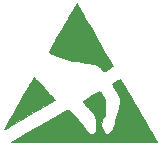
<source format=gbr>
G04 #@! TF.FileFunction,Legend,Bot*
%FSLAX46Y46*%
G04 Gerber Fmt 4.6, Leading zero omitted, Abs format (unit mm)*
G04 Created by KiCad (PCBNEW 4.0.6) date 03/21/17 10:55:45*
%MOMM*%
%LPD*%
G01*
G04 APERTURE LIST*
%ADD10C,0.100000*%
%ADD11C,0.010000*%
G04 APERTURE END LIST*
D10*
D11*
G36*
X227383813Y-96086317D02*
X227318763Y-96111473D01*
X227219615Y-96161425D01*
X227077253Y-96239752D01*
X227066168Y-96245977D01*
X226935053Y-96320952D01*
X226824404Y-96386638D01*
X226745090Y-96436410D01*
X226707977Y-96463641D01*
X226706939Y-96464974D01*
X226715904Y-96502780D01*
X226757029Y-96587210D01*
X226827634Y-96713665D01*
X226925040Y-96877544D01*
X227046565Y-97074245D01*
X227189529Y-97299170D01*
X227225110Y-97354331D01*
X227317814Y-97507398D01*
X227385317Y-97639112D01*
X227421695Y-97737565D01*
X227425428Y-97757014D01*
X227423771Y-97842624D01*
X227405212Y-97978418D01*
X227372064Y-98155687D01*
X227326640Y-98365719D01*
X227271254Y-98599804D01*
X227208220Y-98849232D01*
X227139850Y-99105290D01*
X227068458Y-99359269D01*
X226996359Y-99602457D01*
X226925864Y-99826145D01*
X226859288Y-100021621D01*
X226798945Y-100180174D01*
X226756879Y-100274244D01*
X226707327Y-100374451D01*
X226660540Y-100470337D01*
X226658007Y-100475586D01*
X226580603Y-100572440D01*
X226467632Y-100637656D01*
X226336122Y-100668909D01*
X226203099Y-100663875D01*
X226085590Y-100620228D01*
X226019484Y-100562764D01*
X225924282Y-100405166D01*
X225854522Y-100208756D01*
X225816247Y-99993559D01*
X225810824Y-99871561D01*
X225832661Y-99643870D01*
X225896753Y-99455320D01*
X226006549Y-99296759D01*
X226040787Y-99261467D01*
X226142678Y-99162470D01*
X226156672Y-97762978D01*
X225978365Y-97493062D01*
X225894693Y-97370891D01*
X225814111Y-97260987D01*
X225748115Y-97178673D01*
X225719748Y-97148384D01*
X225639438Y-97073621D01*
X225530670Y-97132196D01*
X225461923Y-97174168D01*
X225424308Y-97206756D01*
X225421903Y-97212615D01*
X225396194Y-97237456D01*
X225352208Y-97255954D01*
X225309701Y-97272626D01*
X225244613Y-97304299D01*
X225151356Y-97354066D01*
X225024342Y-97425018D01*
X224857984Y-97520247D01*
X224646695Y-97642844D01*
X224531876Y-97709864D01*
X224396813Y-97790143D01*
X224308230Y-97847319D01*
X224258290Y-97888078D01*
X224239154Y-97919107D01*
X224242984Y-97947092D01*
X224246178Y-97953593D01*
X224277248Y-97994533D01*
X224343729Y-98071330D01*
X224437876Y-98175393D01*
X224551944Y-98298132D01*
X224650600Y-98402180D01*
X224877941Y-98649134D01*
X225055790Y-98863183D01*
X225185733Y-99046480D01*
X225269358Y-99201176D01*
X225297566Y-99279732D01*
X225309217Y-99348498D01*
X225321251Y-99465799D01*
X225332609Y-99618234D01*
X225342233Y-99792404D01*
X225346762Y-99902537D01*
X225353082Y-100092929D01*
X225355863Y-100232124D01*
X225354285Y-100330819D01*
X225347531Y-100399708D01*
X225334784Y-100449487D01*
X225315227Y-100490850D01*
X225299866Y-100516106D01*
X225211158Y-100613453D01*
X225096853Y-100681291D01*
X224976584Y-100710876D01*
X224886455Y-100700172D01*
X224804848Y-100653861D01*
X224702553Y-100570924D01*
X224593917Y-100465825D01*
X224493287Y-100353032D01*
X224415012Y-100247010D01*
X224386191Y-100195778D01*
X224343018Y-100125628D01*
X224264495Y-100018778D01*
X224157797Y-99883578D01*
X224030097Y-99728381D01*
X223888571Y-99561536D01*
X223740393Y-99391396D01*
X223592737Y-99226311D01*
X223452778Y-99074633D01*
X223327690Y-98944713D01*
X223229480Y-98849339D01*
X223120443Y-98754065D01*
X223028716Y-98683817D01*
X222964379Y-98645898D01*
X222943022Y-98641729D01*
X222910294Y-98658548D01*
X222828659Y-98703692D01*
X222702828Y-98774449D01*
X222537512Y-98868109D01*
X222337422Y-98981962D01*
X222107268Y-99113298D01*
X221851762Y-99259406D01*
X221575613Y-99417576D01*
X221283533Y-99585097D01*
X220980232Y-99759259D01*
X220670421Y-99937352D01*
X220358811Y-100116665D01*
X220050112Y-100294487D01*
X219749036Y-100468109D01*
X219460292Y-100634819D01*
X219188592Y-100791908D01*
X218938646Y-100936666D01*
X218715166Y-101066380D01*
X218522861Y-101178342D01*
X218366443Y-101269841D01*
X218250622Y-101338167D01*
X218180109Y-101380608D01*
X218159671Y-101393927D01*
X218187197Y-101396560D01*
X218273792Y-101399118D01*
X218416572Y-101401592D01*
X218612654Y-101403966D01*
X218859156Y-101406231D01*
X219153194Y-101408373D01*
X219491886Y-101410379D01*
X219872348Y-101412238D01*
X220291699Y-101413937D01*
X220747054Y-101415464D01*
X221235531Y-101416807D01*
X221754247Y-101417952D01*
X222300319Y-101418889D01*
X222870864Y-101419604D01*
X223463000Y-101420085D01*
X224073843Y-101420319D01*
X224330152Y-101420342D01*
X230530061Y-101420342D01*
X230087894Y-100653695D01*
X229994289Y-100491360D01*
X229873796Y-100282332D01*
X229730444Y-100033603D01*
X229568262Y-99752164D01*
X229391277Y-99445007D01*
X229203520Y-99119125D01*
X229009018Y-98781509D01*
X228811800Y-98439151D01*
X228615895Y-98099043D01*
X228566351Y-98013025D01*
X228385696Y-97699715D01*
X228213422Y-97401606D01*
X228052116Y-97123136D01*
X227904368Y-96868743D01*
X227772767Y-96642864D01*
X227659901Y-96449937D01*
X227568359Y-96294401D01*
X227500730Y-96180692D01*
X227459604Y-96113250D01*
X227448095Y-96096080D01*
X227423885Y-96082379D01*
X227383813Y-96086317D01*
X227383813Y-96086317D01*
G37*
X227383813Y-96086317D02*
X227318763Y-96111473D01*
X227219615Y-96161425D01*
X227077253Y-96239752D01*
X227066168Y-96245977D01*
X226935053Y-96320952D01*
X226824404Y-96386638D01*
X226745090Y-96436410D01*
X226707977Y-96463641D01*
X226706939Y-96464974D01*
X226715904Y-96502780D01*
X226757029Y-96587210D01*
X226827634Y-96713665D01*
X226925040Y-96877544D01*
X227046565Y-97074245D01*
X227189529Y-97299170D01*
X227225110Y-97354331D01*
X227317814Y-97507398D01*
X227385317Y-97639112D01*
X227421695Y-97737565D01*
X227425428Y-97757014D01*
X227423771Y-97842624D01*
X227405212Y-97978418D01*
X227372064Y-98155687D01*
X227326640Y-98365719D01*
X227271254Y-98599804D01*
X227208220Y-98849232D01*
X227139850Y-99105290D01*
X227068458Y-99359269D01*
X226996359Y-99602457D01*
X226925864Y-99826145D01*
X226859288Y-100021621D01*
X226798945Y-100180174D01*
X226756879Y-100274244D01*
X226707327Y-100374451D01*
X226660540Y-100470337D01*
X226658007Y-100475586D01*
X226580603Y-100572440D01*
X226467632Y-100637656D01*
X226336122Y-100668909D01*
X226203099Y-100663875D01*
X226085590Y-100620228D01*
X226019484Y-100562764D01*
X225924282Y-100405166D01*
X225854522Y-100208756D01*
X225816247Y-99993559D01*
X225810824Y-99871561D01*
X225832661Y-99643870D01*
X225896753Y-99455320D01*
X226006549Y-99296759D01*
X226040787Y-99261467D01*
X226142678Y-99162470D01*
X226156672Y-97762978D01*
X225978365Y-97493062D01*
X225894693Y-97370891D01*
X225814111Y-97260987D01*
X225748115Y-97178673D01*
X225719748Y-97148384D01*
X225639438Y-97073621D01*
X225530670Y-97132196D01*
X225461923Y-97174168D01*
X225424308Y-97206756D01*
X225421903Y-97212615D01*
X225396194Y-97237456D01*
X225352208Y-97255954D01*
X225309701Y-97272626D01*
X225244613Y-97304299D01*
X225151356Y-97354066D01*
X225024342Y-97425018D01*
X224857984Y-97520247D01*
X224646695Y-97642844D01*
X224531876Y-97709864D01*
X224396813Y-97790143D01*
X224308230Y-97847319D01*
X224258290Y-97888078D01*
X224239154Y-97919107D01*
X224242984Y-97947092D01*
X224246178Y-97953593D01*
X224277248Y-97994533D01*
X224343729Y-98071330D01*
X224437876Y-98175393D01*
X224551944Y-98298132D01*
X224650600Y-98402180D01*
X224877941Y-98649134D01*
X225055790Y-98863183D01*
X225185733Y-99046480D01*
X225269358Y-99201176D01*
X225297566Y-99279732D01*
X225309217Y-99348498D01*
X225321251Y-99465799D01*
X225332609Y-99618234D01*
X225342233Y-99792404D01*
X225346762Y-99902537D01*
X225353082Y-100092929D01*
X225355863Y-100232124D01*
X225354285Y-100330819D01*
X225347531Y-100399708D01*
X225334784Y-100449487D01*
X225315227Y-100490850D01*
X225299866Y-100516106D01*
X225211158Y-100613453D01*
X225096853Y-100681291D01*
X224976584Y-100710876D01*
X224886455Y-100700172D01*
X224804848Y-100653861D01*
X224702553Y-100570924D01*
X224593917Y-100465825D01*
X224493287Y-100353032D01*
X224415012Y-100247010D01*
X224386191Y-100195778D01*
X224343018Y-100125628D01*
X224264495Y-100018778D01*
X224157797Y-99883578D01*
X224030097Y-99728381D01*
X223888571Y-99561536D01*
X223740393Y-99391396D01*
X223592737Y-99226311D01*
X223452778Y-99074633D01*
X223327690Y-98944713D01*
X223229480Y-98849339D01*
X223120443Y-98754065D01*
X223028716Y-98683817D01*
X222964379Y-98645898D01*
X222943022Y-98641729D01*
X222910294Y-98658548D01*
X222828659Y-98703692D01*
X222702828Y-98774449D01*
X222537512Y-98868109D01*
X222337422Y-98981962D01*
X222107268Y-99113298D01*
X221851762Y-99259406D01*
X221575613Y-99417576D01*
X221283533Y-99585097D01*
X220980232Y-99759259D01*
X220670421Y-99937352D01*
X220358811Y-100116665D01*
X220050112Y-100294487D01*
X219749036Y-100468109D01*
X219460292Y-100634819D01*
X219188592Y-100791908D01*
X218938646Y-100936666D01*
X218715166Y-101066380D01*
X218522861Y-101178342D01*
X218366443Y-101269841D01*
X218250622Y-101338167D01*
X218180109Y-101380608D01*
X218159671Y-101393927D01*
X218187197Y-101396560D01*
X218273792Y-101399118D01*
X218416572Y-101401592D01*
X218612654Y-101403966D01*
X218859156Y-101406231D01*
X219153194Y-101408373D01*
X219491886Y-101410379D01*
X219872348Y-101412238D01*
X220291699Y-101413937D01*
X220747054Y-101415464D01*
X221235531Y-101416807D01*
X221754247Y-101417952D01*
X222300319Y-101418889D01*
X222870864Y-101419604D01*
X223463000Y-101420085D01*
X224073843Y-101420319D01*
X224330152Y-101420342D01*
X230530061Y-101420342D01*
X230087894Y-100653695D01*
X229994289Y-100491360D01*
X229873796Y-100282332D01*
X229730444Y-100033603D01*
X229568262Y-99752164D01*
X229391277Y-99445007D01*
X229203520Y-99119125D01*
X229009018Y-98781509D01*
X228811800Y-98439151D01*
X228615895Y-98099043D01*
X228566351Y-98013025D01*
X228385696Y-97699715D01*
X228213422Y-97401606D01*
X228052116Y-97123136D01*
X227904368Y-96868743D01*
X227772767Y-96642864D01*
X227659901Y-96449937D01*
X227568359Y-96294401D01*
X227500730Y-96180692D01*
X227459604Y-96113250D01*
X227448095Y-96096080D01*
X227423885Y-96082379D01*
X227383813Y-96086317D01*
G36*
X220052944Y-95973238D02*
X220030184Y-96011386D01*
X219979025Y-96098843D01*
X219901996Y-96231238D01*
X219801628Y-96404204D01*
X219680451Y-96613370D01*
X219540994Y-96854367D01*
X219385787Y-97122824D01*
X219217360Y-97414374D01*
X219038243Y-97724646D01*
X218854005Y-98044000D01*
X218665848Y-98370235D01*
X218485197Y-98683418D01*
X218314670Y-98979012D01*
X218156886Y-99252480D01*
X218014462Y-99499284D01*
X217890019Y-99714889D01*
X217786174Y-99894755D01*
X217705545Y-100034347D01*
X217650752Y-100129128D01*
X217624987Y-100173573D01*
X217582986Y-100248661D01*
X217560150Y-100295663D01*
X217558898Y-100303841D01*
X217586728Y-100288484D01*
X217664119Y-100244407D01*
X217787027Y-100173942D01*
X217951405Y-100079422D01*
X218153208Y-99963178D01*
X218388391Y-99827542D01*
X218652909Y-99674848D01*
X218942716Y-99507428D01*
X219253767Y-99327613D01*
X219582016Y-99137735D01*
X219706903Y-99065464D01*
X220041026Y-98872167D01*
X220359853Y-98687877D01*
X220659291Y-98514950D01*
X220935248Y-98355743D01*
X221183630Y-98212610D01*
X221400347Y-98087910D01*
X221581304Y-97983996D01*
X221722409Y-97903227D01*
X221819570Y-97847957D01*
X221868693Y-97820544D01*
X221873830Y-97817948D01*
X221858862Y-97794441D01*
X221806773Y-97731591D01*
X221722883Y-97635188D01*
X221612508Y-97511020D01*
X221480966Y-97364879D01*
X221333576Y-97202553D01*
X221175655Y-97029832D01*
X221012521Y-96852506D01*
X220849492Y-96676365D01*
X220691886Y-96507198D01*
X220545021Y-96350795D01*
X220414214Y-96212945D01*
X220304784Y-96099439D01*
X220222047Y-96016065D01*
X220193672Y-95988726D01*
X220099641Y-95900403D01*
X220052944Y-95973238D01*
X220052944Y-95973238D01*
G37*
X220052944Y-95973238D02*
X220030184Y-96011386D01*
X219979025Y-96098843D01*
X219901996Y-96231238D01*
X219801628Y-96404204D01*
X219680451Y-96613370D01*
X219540994Y-96854367D01*
X219385787Y-97122824D01*
X219217360Y-97414374D01*
X219038243Y-97724646D01*
X218854005Y-98044000D01*
X218665848Y-98370235D01*
X218485197Y-98683418D01*
X218314670Y-98979012D01*
X218156886Y-99252480D01*
X218014462Y-99499284D01*
X217890019Y-99714889D01*
X217786174Y-99894755D01*
X217705545Y-100034347D01*
X217650752Y-100129128D01*
X217624987Y-100173573D01*
X217582986Y-100248661D01*
X217560150Y-100295663D01*
X217558898Y-100303841D01*
X217586728Y-100288484D01*
X217664119Y-100244407D01*
X217787027Y-100173942D01*
X217951405Y-100079422D01*
X218153208Y-99963178D01*
X218388391Y-99827542D01*
X218652909Y-99674848D01*
X218942716Y-99507428D01*
X219253767Y-99327613D01*
X219582016Y-99137735D01*
X219706903Y-99065464D01*
X220041026Y-98872167D01*
X220359853Y-98687877D01*
X220659291Y-98514950D01*
X220935248Y-98355743D01*
X221183630Y-98212610D01*
X221400347Y-98087910D01*
X221581304Y-97983996D01*
X221722409Y-97903227D01*
X221819570Y-97847957D01*
X221868693Y-97820544D01*
X221873830Y-97817948D01*
X221858862Y-97794441D01*
X221806773Y-97731591D01*
X221722883Y-97635188D01*
X221612508Y-97511020D01*
X221480966Y-97364879D01*
X221333576Y-97202553D01*
X221175655Y-97029832D01*
X221012521Y-96852506D01*
X220849492Y-96676365D01*
X220691886Y-96507198D01*
X220545021Y-96350795D01*
X220414214Y-96212945D01*
X220304784Y-96099439D01*
X220222047Y-96016065D01*
X220193672Y-95988726D01*
X220099641Y-95900403D01*
X220052944Y-95973238D01*
G36*
X223699915Y-89675671D02*
X223653871Y-89750491D01*
X223582933Y-89869028D01*
X223490009Y-90026237D01*
X223378008Y-90217076D01*
X223249838Y-90436501D01*
X223108408Y-90679469D01*
X222956627Y-90940937D01*
X222797403Y-91215860D01*
X222633644Y-91499197D01*
X222468260Y-91785902D01*
X222304158Y-92070934D01*
X222144248Y-92349248D01*
X221991438Y-92615802D01*
X221848637Y-92865552D01*
X221718753Y-93093455D01*
X221604695Y-93294466D01*
X221509371Y-93463544D01*
X221435690Y-93595645D01*
X221386561Y-93685724D01*
X221364892Y-93728740D01*
X221364098Y-93731429D01*
X221390998Y-93767930D01*
X221465773Y-93823764D01*
X221579530Y-93893450D01*
X221723377Y-93971509D01*
X221873971Y-94045687D01*
X222078881Y-94135635D01*
X222294367Y-94216453D01*
X222527854Y-94289938D01*
X222786764Y-94357884D01*
X223078521Y-94422088D01*
X223410549Y-94484346D01*
X223790269Y-94546454D01*
X224183063Y-94604290D01*
X224524332Y-94655600D01*
X224810910Y-94706397D01*
X225049985Y-94759204D01*
X225248741Y-94816546D01*
X225414365Y-94880947D01*
X225554044Y-94954931D01*
X225674964Y-95041024D01*
X225784311Y-95141750D01*
X225819572Y-95179167D01*
X225896000Y-95266279D01*
X225952537Y-95337364D01*
X225978765Y-95379167D01*
X225979464Y-95382594D01*
X225988640Y-95403612D01*
X226020485Y-95403849D01*
X226081469Y-95380509D01*
X226178065Y-95330793D01*
X226316746Y-95251905D01*
X226413122Y-95195175D01*
X226556834Y-95106494D01*
X226668517Y-95030559D01*
X226740666Y-94972832D01*
X226765774Y-94938776D01*
X226765759Y-94938529D01*
X226750189Y-94906075D01*
X226706217Y-94824800D01*
X226636395Y-94699134D01*
X226543275Y-94533505D01*
X226429411Y-94332344D01*
X226297354Y-94100080D01*
X226149657Y-93841143D01*
X225988872Y-93559961D01*
X225817552Y-93260965D01*
X225638249Y-92948584D01*
X225453515Y-92627248D01*
X225265902Y-92301386D01*
X225077964Y-91975427D01*
X224892253Y-91653801D01*
X224711320Y-91340937D01*
X224537719Y-91041266D01*
X224374001Y-90759216D01*
X224222719Y-90499218D01*
X224086426Y-90265699D01*
X223967674Y-90063091D01*
X223869015Y-89895823D01*
X223793001Y-89768324D01*
X223742186Y-89685023D01*
X223719121Y-89650350D01*
X223718155Y-89649610D01*
X223699915Y-89675671D01*
X223699915Y-89675671D01*
G37*
X223699915Y-89675671D02*
X223653871Y-89750491D01*
X223582933Y-89869028D01*
X223490009Y-90026237D01*
X223378008Y-90217076D01*
X223249838Y-90436501D01*
X223108408Y-90679469D01*
X222956627Y-90940937D01*
X222797403Y-91215860D01*
X222633644Y-91499197D01*
X222468260Y-91785902D01*
X222304158Y-92070934D01*
X222144248Y-92349248D01*
X221991438Y-92615802D01*
X221848637Y-92865552D01*
X221718753Y-93093455D01*
X221604695Y-93294466D01*
X221509371Y-93463544D01*
X221435690Y-93595645D01*
X221386561Y-93685724D01*
X221364892Y-93728740D01*
X221364098Y-93731429D01*
X221390998Y-93767930D01*
X221465773Y-93823764D01*
X221579530Y-93893450D01*
X221723377Y-93971509D01*
X221873971Y-94045687D01*
X222078881Y-94135635D01*
X222294367Y-94216453D01*
X222527854Y-94289938D01*
X222786764Y-94357884D01*
X223078521Y-94422088D01*
X223410549Y-94484346D01*
X223790269Y-94546454D01*
X224183063Y-94604290D01*
X224524332Y-94655600D01*
X224810910Y-94706397D01*
X225049985Y-94759204D01*
X225248741Y-94816546D01*
X225414365Y-94880947D01*
X225554044Y-94954931D01*
X225674964Y-95041024D01*
X225784311Y-95141750D01*
X225819572Y-95179167D01*
X225896000Y-95266279D01*
X225952537Y-95337364D01*
X225978765Y-95379167D01*
X225979464Y-95382594D01*
X225988640Y-95403612D01*
X226020485Y-95403849D01*
X226081469Y-95380509D01*
X226178065Y-95330793D01*
X226316746Y-95251905D01*
X226413122Y-95195175D01*
X226556834Y-95106494D01*
X226668517Y-95030559D01*
X226740666Y-94972832D01*
X226765774Y-94938776D01*
X226765759Y-94938529D01*
X226750189Y-94906075D01*
X226706217Y-94824800D01*
X226636395Y-94699134D01*
X226543275Y-94533505D01*
X226429411Y-94332344D01*
X226297354Y-94100080D01*
X226149657Y-93841143D01*
X225988872Y-93559961D01*
X225817552Y-93260965D01*
X225638249Y-92948584D01*
X225453515Y-92627248D01*
X225265902Y-92301386D01*
X225077964Y-91975427D01*
X224892253Y-91653801D01*
X224711320Y-91340937D01*
X224537719Y-91041266D01*
X224374001Y-90759216D01*
X224222719Y-90499218D01*
X224086426Y-90265699D01*
X223967674Y-90063091D01*
X223869015Y-89895823D01*
X223793001Y-89768324D01*
X223742186Y-89685023D01*
X223719121Y-89650350D01*
X223718155Y-89649610D01*
X223699915Y-89675671D01*
M02*

</source>
